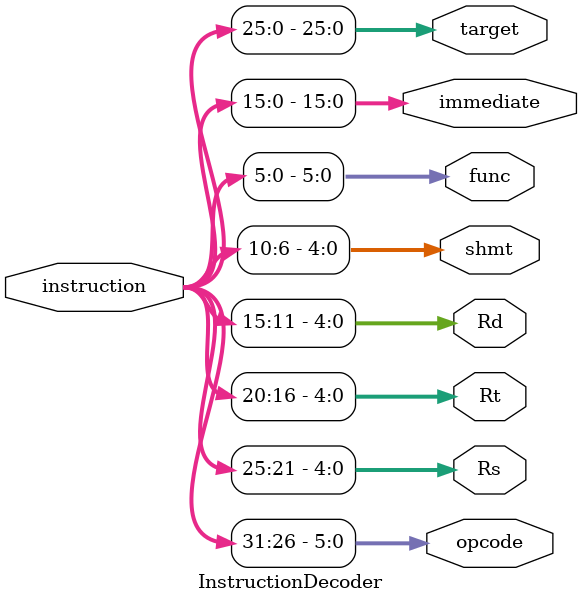
<source format=v>


module InstructionDecoder(opcode, Rs, Rt, Rd ,shmt, func, immediate, target, instruction);
	input [31:0]instruction;
	output [5:0]opcode;
	output [4:0]Rs;
	output [4:0]Rt;
	output [4:0]Rd;
	output [4:0]shmt;
	output [5:0]func;
	output [15:0]immediate;
	output [25:0]target;
	
	assign  	  opcode = instruction[31:26],
			      Rs = instruction[25:21],
				  Rt = instruction[20:16],
				  Rd = instruction[15:11],
				  shmt = instruction[10:6],
				  func = instruction[5:0],
				  immediate = instruction[15:0],
				  target = instruction[25:0];
endmodule
</source>
